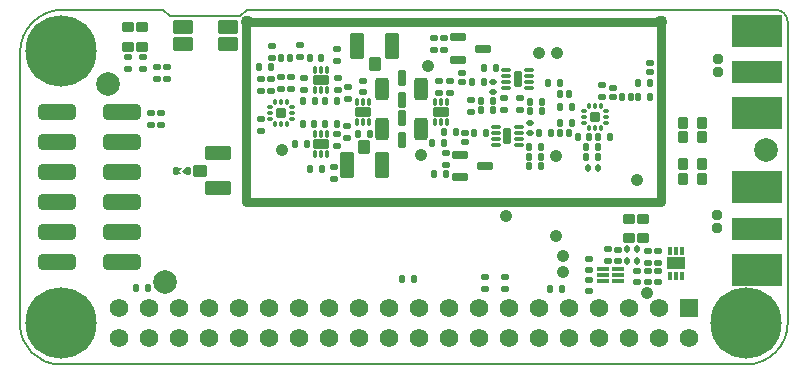
<source format=gts>
G04*
G04 #@! TF.GenerationSoftware,Altium Limited,CircuitStudio,1.5.2 (30)*
G04*
G04 Layer_Color=3394611*
%FSLAX25Y25*%
%MOIN*%
G70*
G01*
G75*
%ADD53C,0.00500*%
%ADD102C,0.03000*%
%ADD103C,0.04137*%
G04:AMPARAMS|DCode=104|XSize=52.02mil|YSize=27.02mil|CornerRadius=5.1mil|HoleSize=0mil|Usage=FLASHONLY|Rotation=90.000|XOffset=0mil|YOffset=0mil|HoleType=Round|Shape=RoundedRectangle|*
%AMROUNDEDRECTD104*
21,1,0.05202,0.01681,0,0,90.0*
21,1,0.04181,0.02702,0,0,90.0*
1,1,0.01021,0.00841,0.02091*
1,1,0.01021,0.00841,-0.02091*
1,1,0.01021,-0.00841,-0.02091*
1,1,0.01021,-0.00841,0.02091*
%
%ADD104ROUNDEDRECTD104*%
G04:AMPARAMS|DCode=105|XSize=73.87mil|YSize=43.95mil|CornerRadius=7.64mil|HoleSize=0mil|Usage=FLASHONLY|Rotation=90.000|XOffset=0mil|YOffset=0mil|HoleType=Round|Shape=RoundedRectangle|*
%AMROUNDEDRECTD105*
21,1,0.07387,0.02866,0,0,90.0*
21,1,0.05858,0.04395,0,0,90.0*
1,1,0.01528,0.01433,0.02929*
1,1,0.01528,0.01433,-0.02929*
1,1,0.01528,-0.01433,-0.02929*
1,1,0.01528,-0.01433,0.02929*
%
%ADD105ROUNDEDRECTD105*%
G04:AMPARAMS|DCode=106|XSize=67.96mil|YSize=44.34mil|CornerRadius=5.63mil|HoleSize=0mil|Usage=FLASHONLY|Rotation=180.000|XOffset=0mil|YOffset=0mil|HoleType=Round|Shape=RoundedRectangle|*
%AMROUNDEDRECTD106*
21,1,0.06796,0.03307,0,0,180.0*
21,1,0.05669,0.04434,0,0,180.0*
1,1,0.01127,-0.02835,0.01654*
1,1,0.01127,0.02835,0.01654*
1,1,0.01127,0.02835,-0.01654*
1,1,0.01127,-0.02835,-0.01654*
%
%ADD106ROUNDEDRECTD106*%
G04:AMPARAMS|DCode=107|XSize=26.38mil|YSize=22.44mil|CornerRadius=6.3mil|HoleSize=0mil|Usage=FLASHONLY|Rotation=180.000|XOffset=0mil|YOffset=0mil|HoleType=Round|Shape=RoundedRectangle|*
%AMROUNDEDRECTD107*
21,1,0.02638,0.00984,0,0,180.0*
21,1,0.01378,0.02244,0,0,180.0*
1,1,0.01260,-0.00689,0.00492*
1,1,0.01260,0.00689,0.00492*
1,1,0.01260,0.00689,-0.00492*
1,1,0.01260,-0.00689,-0.00492*
%
%ADD107ROUNDEDRECTD107*%
G04:AMPARAMS|DCode=108|XSize=26.38mil|YSize=22.44mil|CornerRadius=6.3mil|HoleSize=0mil|Usage=FLASHONLY|Rotation=270.000|XOffset=0mil|YOffset=0mil|HoleType=Round|Shape=RoundedRectangle|*
%AMROUNDEDRECTD108*
21,1,0.02638,0.00984,0,0,270.0*
21,1,0.01378,0.02244,0,0,270.0*
1,1,0.01260,-0.00492,-0.00689*
1,1,0.01260,-0.00492,0.00689*
1,1,0.01260,0.00492,0.00689*
1,1,0.01260,0.00492,-0.00689*
%
%ADD108ROUNDEDRECTD108*%
G04:AMPARAMS|DCode=109|XSize=34.89mil|YSize=39.61mil|CornerRadius=6.28mil|HoleSize=0mil|Usage=FLASHONLY|Rotation=270.000|XOffset=0mil|YOffset=0mil|HoleType=Round|Shape=RoundedRectangle|*
%AMROUNDEDRECTD109*
21,1,0.03489,0.02705,0,0,270.0*
21,1,0.02232,0.03961,0,0,270.0*
1,1,0.01257,-0.01352,-0.01116*
1,1,0.01257,-0.01352,0.01116*
1,1,0.01257,0.01352,0.01116*
1,1,0.01257,0.01352,-0.01116*
%
%ADD109ROUNDEDRECTD109*%
G04:AMPARAMS|DCode=110|XSize=34.89mil|YSize=39.61mil|CornerRadius=6.28mil|HoleSize=0mil|Usage=FLASHONLY|Rotation=180.000|XOffset=0mil|YOffset=0mil|HoleType=Round|Shape=RoundedRectangle|*
%AMROUNDEDRECTD110*
21,1,0.03489,0.02705,0,0,180.0*
21,1,0.02232,0.03961,0,0,180.0*
1,1,0.01257,-0.01116,0.01352*
1,1,0.01257,0.01116,0.01352*
1,1,0.01257,0.01116,-0.01352*
1,1,0.01257,-0.01116,-0.01352*
%
%ADD110ROUNDEDRECTD110*%
G04:AMPARAMS|DCode=111|XSize=30.56mil|YSize=30.56mil|CornerRadius=4.26mil|HoleSize=0mil|Usage=FLASHONLY|Rotation=270.000|XOffset=0mil|YOffset=0mil|HoleType=Round|Shape=RoundedRectangle|*
%AMROUNDEDRECTD111*
21,1,0.03056,0.02205,0,0,270.0*
21,1,0.02205,0.03056,0,0,270.0*
1,1,0.00851,-0.01102,-0.01102*
1,1,0.00851,-0.01102,0.01102*
1,1,0.00851,0.01102,0.01102*
1,1,0.00851,0.01102,-0.01102*
%
%ADD111ROUNDEDRECTD111*%
G04:AMPARAMS|DCode=112|XSize=16.93mil|YSize=25.76mil|CornerRadius=2.09mil|HoleSize=0mil|Usage=FLASHONLY|Rotation=180.000|XOffset=0mil|YOffset=0mil|HoleType=Round|Shape=RoundedRectangle|*
%AMROUNDEDRECTD112*
21,1,0.01693,0.02158,0,0,180.0*
21,1,0.01276,0.02576,0,0,180.0*
1,1,0.00417,-0.00638,0.01079*
1,1,0.00417,0.00638,0.01079*
1,1,0.00417,0.00638,-0.01079*
1,1,0.00417,-0.00638,-0.01079*
%
%ADD112ROUNDEDRECTD112*%
G04:AMPARAMS|DCode=113|XSize=16.93mil|YSize=25.76mil|CornerRadius=2.09mil|HoleSize=0mil|Usage=FLASHONLY|Rotation=90.000|XOffset=0mil|YOffset=0mil|HoleType=Round|Shape=RoundedRectangle|*
%AMROUNDEDRECTD113*
21,1,0.01693,0.02158,0,0,90.0*
21,1,0.01276,0.02576,0,0,90.0*
1,1,0.00417,0.01079,0.00638*
1,1,0.00417,0.01079,-0.00638*
1,1,0.00417,-0.01079,-0.00638*
1,1,0.00417,-0.01079,0.00638*
%
%ADD113ROUNDEDRECTD113*%
G04:AMPARAMS|DCode=114|XSize=26.38mil|YSize=20.47mil|CornerRadius=5.81mil|HoleSize=0mil|Usage=FLASHONLY|Rotation=270.000|XOffset=0mil|YOffset=0mil|HoleType=Round|Shape=RoundedRectangle|*
%AMROUNDEDRECTD114*
21,1,0.02638,0.00886,0,0,270.0*
21,1,0.01476,0.02047,0,0,270.0*
1,1,0.01161,-0.00443,-0.00738*
1,1,0.01161,-0.00443,0.00738*
1,1,0.01161,0.00443,0.00738*
1,1,0.01161,0.00443,-0.00738*
%
%ADD114ROUNDEDRECTD114*%
G04:AMPARAMS|DCode=115|XSize=26.38mil|YSize=20.47mil|CornerRadius=5.81mil|HoleSize=0mil|Usage=FLASHONLY|Rotation=0.000|XOffset=0mil|YOffset=0mil|HoleType=Round|Shape=RoundedRectangle|*
%AMROUNDEDRECTD115*
21,1,0.02638,0.00886,0,0,0.0*
21,1,0.01476,0.02047,0,0,0.0*
1,1,0.01161,0.00738,-0.00443*
1,1,0.01161,-0.00738,-0.00443*
1,1,0.01161,-0.00738,0.00443*
1,1,0.01161,0.00738,0.00443*
%
%ADD115ROUNDEDRECTD115*%
G04:AMPARAMS|DCode=116|XSize=50.24mil|YSize=26.61mil|CornerRadius=5.04mil|HoleSize=0mil|Usage=FLASHONLY|Rotation=90.000|XOffset=0mil|YOffset=0mil|HoleType=Round|Shape=RoundedRectangle|*
%AMROUNDEDRECTD116*
21,1,0.05024,0.01654,0,0,90.0*
21,1,0.04016,0.02661,0,0,90.0*
1,1,0.01008,0.00827,0.02008*
1,1,0.01008,0.00827,-0.02008*
1,1,0.01008,-0.00827,-0.02008*
1,1,0.01008,-0.00827,0.02008*
%
%ADD116ROUNDEDRECTD116*%
G04:AMPARAMS|DCode=117|XSize=12.84mil|YSize=32.52mil|CornerRadius=2.97mil|HoleSize=0mil|Usage=FLASHONLY|Rotation=90.000|XOffset=0mil|YOffset=0mil|HoleType=Round|Shape=RoundedRectangle|*
%AMROUNDEDRECTD117*
21,1,0.01284,0.02658,0,0,90.0*
21,1,0.00689,0.03252,0,0,90.0*
1,1,0.00595,0.01329,0.00345*
1,1,0.00595,0.01329,-0.00345*
1,1,0.00595,-0.01329,-0.00345*
1,1,0.00595,-0.01329,0.00345*
%
%ADD117ROUNDEDRECTD117*%
%ADD118C,0.07874*%
%ADD119R,0.16796X0.10792*%
%ADD120R,0.16796X0.07308*%
G04:AMPARAMS|DCode=121|XSize=51.43mil|YSize=26.62mil|CornerRadius=4.45mil|HoleSize=0mil|Usage=FLASHONLY|Rotation=0.000|XOffset=0mil|YOffset=0mil|HoleType=Round|Shape=RoundedRectangle|*
%AMROUNDEDRECTD121*
21,1,0.05143,0.01772,0,0,0.0*
21,1,0.04252,0.02662,0,0,0.0*
1,1,0.00891,0.02126,-0.00886*
1,1,0.00891,-0.02126,-0.00886*
1,1,0.00891,-0.02126,0.00886*
1,1,0.00891,0.02126,0.00886*
%
%ADD121ROUNDEDRECTD121*%
G04:AMPARAMS|DCode=122|XSize=24.41mil|YSize=20.47mil|CornerRadius=5.81mil|HoleSize=0mil|Usage=FLASHONLY|Rotation=90.000|XOffset=0mil|YOffset=0mil|HoleType=Round|Shape=RoundedRectangle|*
%AMROUNDEDRECTD122*
21,1,0.02441,0.00886,0,0,90.0*
21,1,0.01280,0.02047,0,0,90.0*
1,1,0.01161,0.00443,0.00640*
1,1,0.01161,0.00443,-0.00640*
1,1,0.01161,-0.00443,-0.00640*
1,1,0.01161,-0.00443,0.00640*
%
%ADD122ROUNDEDRECTD122*%
G04:AMPARAMS|DCode=123|XSize=24.41mil|YSize=20.47mil|CornerRadius=5.81mil|HoleSize=0mil|Usage=FLASHONLY|Rotation=180.000|XOffset=0mil|YOffset=0mil|HoleType=Round|Shape=RoundedRectangle|*
%AMROUNDEDRECTD123*
21,1,0.02441,0.00886,0,0,180.0*
21,1,0.01280,0.02047,0,0,180.0*
1,1,0.01161,-0.00640,0.00443*
1,1,0.01161,0.00640,0.00443*
1,1,0.01161,0.00640,-0.00443*
1,1,0.01161,-0.00640,-0.00443*
%
%ADD123ROUNDEDRECTD123*%
G04:AMPARAMS|DCode=124|XSize=127.2mil|YSize=52mil|CornerRadius=13.5mil|HoleSize=0mil|Usage=FLASHONLY|Rotation=180.000|XOffset=0mil|YOffset=0mil|HoleType=Round|Shape=RoundedRectangle|*
%AMROUNDEDRECTD124*
21,1,0.12720,0.02500,0,0,180.0*
21,1,0.10020,0.05200,0,0,180.0*
1,1,0.02700,-0.05010,0.01250*
1,1,0.02700,0.05010,0.01250*
1,1,0.02700,0.05010,-0.01250*
1,1,0.02700,-0.05010,-0.01250*
%
%ADD124ROUNDEDRECTD124*%
G04:AMPARAMS|DCode=125|XSize=24.65mil|YSize=12.84mil|CornerRadius=2.97mil|HoleSize=0mil|Usage=FLASHONLY|Rotation=90.000|XOffset=0mil|YOffset=0mil|HoleType=Round|Shape=RoundedRectangle|*
%AMROUNDEDRECTD125*
21,1,0.02465,0.00689,0,0,90.0*
21,1,0.01870,0.01284,0,0,90.0*
1,1,0.00595,0.00345,0.00935*
1,1,0.00595,0.00345,-0.00935*
1,1,0.00595,-0.00345,-0.00935*
1,1,0.00595,-0.00345,0.00935*
%
%ADD125ROUNDEDRECTD125*%
G04:AMPARAMS|DCode=126|XSize=54.17mil|YSize=34.49mil|CornerRadius=6.22mil|HoleSize=0mil|Usage=FLASHONLY|Rotation=180.000|XOffset=0mil|YOffset=0mil|HoleType=Round|Shape=RoundedRectangle|*
%AMROUNDEDRECTD126*
21,1,0.05417,0.02205,0,0,180.0*
21,1,0.04173,0.03449,0,0,180.0*
1,1,0.01244,-0.02087,0.01102*
1,1,0.01244,0.02087,0.01102*
1,1,0.01244,0.02087,-0.01102*
1,1,0.01244,-0.02087,-0.01102*
%
%ADD126ROUNDEDRECTD126*%
G04:AMPARAMS|DCode=127|XSize=42.37mil|YSize=44.34mil|CornerRadius=5.44mil|HoleSize=0mil|Usage=FLASHONLY|Rotation=270.000|XOffset=0mil|YOffset=0mil|HoleType=Round|Shape=RoundedRectangle|*
%AMROUNDEDRECTD127*
21,1,0.04237,0.03347,0,0,270.0*
21,1,0.03150,0.04434,0,0,270.0*
1,1,0.01087,-0.01673,-0.01575*
1,1,0.01087,-0.01673,0.01575*
1,1,0.01087,0.01673,0.01575*
1,1,0.01087,0.01673,-0.01575*
%
%ADD127ROUNDEDRECTD127*%
G04:AMPARAMS|DCode=128|XSize=44.34mil|YSize=89.61mil|CornerRadius=5.63mil|HoleSize=0mil|Usage=FLASHONLY|Rotation=270.000|XOffset=0mil|YOffset=0mil|HoleType=Round|Shape=RoundedRectangle|*
%AMROUNDEDRECTD128*
21,1,0.04434,0.07835,0,0,270.0*
21,1,0.03307,0.08961,0,0,270.0*
1,1,0.01127,-0.03917,-0.01654*
1,1,0.01127,-0.03917,0.01654*
1,1,0.01127,0.03917,0.01654*
1,1,0.01127,0.03917,-0.01654*
%
%ADD128ROUNDEDRECTD128*%
G04:AMPARAMS|DCode=129|XSize=42.37mil|YSize=44.34mil|CornerRadius=5.44mil|HoleSize=0mil|Usage=FLASHONLY|Rotation=180.000|XOffset=0mil|YOffset=0mil|HoleType=Round|Shape=RoundedRectangle|*
%AMROUNDEDRECTD129*
21,1,0.04237,0.03347,0,0,180.0*
21,1,0.03150,0.04434,0,0,180.0*
1,1,0.01087,-0.01575,0.01673*
1,1,0.01087,0.01575,0.01673*
1,1,0.01087,0.01575,-0.01673*
1,1,0.01087,-0.01575,-0.01673*
%
%ADD129ROUNDEDRECTD129*%
G04:AMPARAMS|DCode=130|XSize=44.34mil|YSize=89.61mil|CornerRadius=5.63mil|HoleSize=0mil|Usage=FLASHONLY|Rotation=180.000|XOffset=0mil|YOffset=0mil|HoleType=Round|Shape=RoundedRectangle|*
%AMROUNDEDRECTD130*
21,1,0.04434,0.07835,0,0,180.0*
21,1,0.03307,0.08961,0,0,180.0*
1,1,0.01127,-0.01654,0.03917*
1,1,0.01127,0.01654,0.03917*
1,1,0.01127,0.01654,-0.03917*
1,1,0.01127,-0.01654,-0.03917*
%
%ADD130ROUNDEDRECTD130*%
G04:AMPARAMS|DCode=131|XSize=20.87mil|YSize=10.63mil|CornerRadius=4.53mil|HoleSize=0mil|Usage=FLASHONLY|Rotation=180.000|XOffset=0mil|YOffset=0mil|HoleType=Round|Shape=RoundedRectangle|*
%AMROUNDEDRECTD131*
21,1,0.02087,0.00158,0,0,180.0*
21,1,0.01181,0.01063,0,0,180.0*
1,1,0.00906,-0.00591,0.00079*
1,1,0.00906,0.00591,0.00079*
1,1,0.00906,0.00591,-0.00079*
1,1,0.00906,-0.00591,-0.00079*
%
%ADD131ROUNDEDRECTD131*%
G04:AMPARAMS|DCode=132|XSize=20.87mil|YSize=10.63mil|CornerRadius=4.53mil|HoleSize=0mil|Usage=FLASHONLY|Rotation=270.000|XOffset=0mil|YOffset=0mil|HoleType=Round|Shape=RoundedRectangle|*
%AMROUNDEDRECTD132*
21,1,0.02087,0.00158,0,0,270.0*
21,1,0.01181,0.01063,0,0,270.0*
1,1,0.00906,-0.00079,-0.00591*
1,1,0.00906,-0.00079,0.00591*
1,1,0.00906,0.00079,0.00591*
1,1,0.00906,0.00079,-0.00591*
%
%ADD132ROUNDEDRECTD132*%
G04:AMPARAMS|DCode=133|XSize=34.25mil|YSize=34.25mil|CornerRadius=4.53mil|HoleSize=0mil|Usage=FLASHONLY|Rotation=270.000|XOffset=0mil|YOffset=0mil|HoleType=Round|Shape=RoundedRectangle|*
%AMROUNDEDRECTD133*
21,1,0.03425,0.02520,0,0,270.0*
21,1,0.02520,0.03425,0,0,270.0*
1,1,0.00906,-0.01260,-0.01260*
1,1,0.00906,-0.01260,0.01260*
1,1,0.00906,0.01260,0.01260*
1,1,0.00906,0.01260,-0.01260*
%
%ADD133ROUNDEDRECTD133*%
G04:AMPARAMS|DCode=134|XSize=27.59mil|YSize=13.81mil|CornerRadius=3.95mil|HoleSize=0mil|Usage=FLASHONLY|Rotation=270.000|XOffset=0mil|YOffset=0mil|HoleType=Round|Shape=RoundedRectangle|*
%AMROUNDEDRECTD134*
21,1,0.02759,0.00591,0,0,270.0*
21,1,0.01969,0.01381,0,0,270.0*
1,1,0.00791,-0.00295,-0.00984*
1,1,0.00791,-0.00295,0.00984*
1,1,0.00791,0.00295,0.00984*
1,1,0.00791,0.00295,-0.00984*
%
%ADD134ROUNDEDRECTD134*%
G04:AMPARAMS|DCode=135|XSize=63.02mil|YSize=42.16mil|CornerRadius=5.02mil|HoleSize=0mil|Usage=FLASHONLY|Rotation=0.000|XOffset=0mil|YOffset=0mil|HoleType=Round|Shape=RoundedRectangle|*
%AMROUNDEDRECTD135*
21,1,0.06302,0.03213,0,0,0.0*
21,1,0.05299,0.04216,0,0,0.0*
1,1,0.01003,0.02649,-0.01606*
1,1,0.01003,-0.02649,-0.01606*
1,1,0.01003,-0.02649,0.01606*
1,1,0.01003,0.02649,0.01606*
%
%ADD135ROUNDEDRECTD135*%
G04:AMPARAMS|DCode=136|XSize=40.01mil|YSize=13.63mil|CornerRadius=2.83mil|HoleSize=0mil|Usage=FLASHONLY|Rotation=180.000|XOffset=0mil|YOffset=0mil|HoleType=Round|Shape=RoundedRectangle|*
%AMROUNDEDRECTD136*
21,1,0.04001,0.00797,0,0,180.0*
21,1,0.03435,0.01363,0,0,180.0*
1,1,0.00566,-0.01718,0.00399*
1,1,0.00566,0.01718,0.00399*
1,1,0.00566,0.01718,-0.00399*
1,1,0.00566,-0.01718,-0.00399*
%
%ADD136ROUNDEDRECTD136*%
%ADD137C,0.23748*%
%ADD138R,0.06206X0.06206*%
%ADD139C,0.06206*%
%ADD140C,0.02662*%
%ADD141C,0.04300*%
G36*
X1088476Y764981D02*
X1087576Y764081D01*
Y763781D01*
X1088476Y762881D01*
Y762781D01*
X1086776D01*
Y765081D01*
X1088476D01*
Y764981D01*
D02*
G37*
G36*
X1090376Y762781D02*
X1089576D01*
X1088576Y763781D01*
Y764081D01*
X1089576Y765081D01*
X1090376D01*
Y762781D01*
D02*
G37*
D53*
X1290528Y813564D02*
G03*
X1286362Y817730I-4166J0D01*
G01*
X1048995D02*
G03*
X1034623Y803358I0J-14372D01*
G01*
X1034623Y712769D02*
G03*
X1047891Y699502I13268J0D01*
G01*
X1276749Y699502D02*
G03*
X1290528Y713281I0J13780D01*
G01*
X1107961Y815466D02*
X1110224Y817730D01*
X1048995D02*
X1082327D01*
X1084591Y815466D01*
X1290528Y767631D02*
Y813564D01*
X1110224Y817730D02*
X1286362D01*
X1290528Y713281D02*
Y718006D01*
X1034623Y796470D02*
Y803358D01*
X1084591Y815466D02*
X1107961D01*
X1290528Y718006D02*
Y767631D01*
X1034623Y712769D02*
X1034623Y796470D01*
X1047891Y699502D02*
X1276749Y699502D01*
D102*
X1109876Y813561D02*
X1248276D01*
Y753681D02*
Y813561D01*
X1109876Y753681D02*
X1248276D01*
X1109876D02*
Y813561D01*
D103*
X1215676Y730181D02*
D03*
X1170476Y798881D02*
D03*
X1213676Y803381D02*
D03*
X1207676D02*
D03*
X1168176Y769281D02*
D03*
X1121976Y770781D02*
D03*
X1213376Y769081D02*
D03*
X1240276Y761081D02*
D03*
X1196476Y748781D02*
D03*
X1215676Y735581D02*
D03*
X1243776Y723181D02*
D03*
X1213377Y742264D02*
D03*
D104*
X1161836Y774360D02*
D03*
Y781663D02*
D03*
X1161826Y787509D02*
D03*
Y794813D02*
D03*
D105*
X1168233Y778011D02*
D03*
X1155438D02*
D03*
X1168223Y791161D02*
D03*
X1155428D02*
D03*
D106*
X1103954Y806327D02*
D03*
Y812035D02*
D03*
X1088797Y806327D02*
D03*
Y812035D02*
D03*
D107*
X1185079Y783610D02*
D03*
Y787547D02*
D03*
X1118606Y805650D02*
D03*
Y801713D02*
D03*
X1127856Y805830D02*
D03*
Y801893D02*
D03*
X1140566Y790923D02*
D03*
Y794860D02*
D03*
X1148996Y794100D02*
D03*
Y790163D02*
D03*
X1195922Y788202D02*
D03*
Y784265D02*
D03*
X1201172Y788271D02*
D03*
Y784334D02*
D03*
X1228476Y792650D02*
D03*
Y788713D02*
D03*
X1174276Y793850D02*
D03*
Y789913D02*
D03*
X1177876D02*
D03*
Y793850D02*
D03*
X1143876Y788013D02*
D03*
Y791950D02*
D03*
X1143776Y778950D02*
D03*
Y775013D02*
D03*
X1139296Y761343D02*
D03*
Y765280D02*
D03*
X1129376Y791113D02*
D03*
Y795050D02*
D03*
X1140276Y804650D02*
D03*
Y800713D02*
D03*
X1083476Y794613D02*
D03*
Y798550D02*
D03*
X1224376Y723813D02*
D03*
Y727750D02*
D03*
X1233876Y737750D02*
D03*
Y733813D02*
D03*
X1240401Y730724D02*
D03*
Y726787D02*
D03*
X1224276Y734750D02*
D03*
Y730813D02*
D03*
X1140376Y776150D02*
D03*
Y772213D02*
D03*
X1114976Y794550D02*
D03*
Y790613D02*
D03*
X1124876Y791413D02*
D03*
Y795350D02*
D03*
X1121676Y791413D02*
D03*
Y795350D02*
D03*
X1115000Y781248D02*
D03*
Y777311D02*
D03*
X1078176Y783250D02*
D03*
Y779313D02*
D03*
X1247201Y726787D02*
D03*
Y730724D02*
D03*
X1243801Y733387D02*
D03*
Y737324D02*
D03*
Y726787D02*
D03*
Y730724D02*
D03*
X1247201Y737324D02*
D03*
Y733387D02*
D03*
X1118376Y794550D02*
D03*
Y790613D02*
D03*
X1081576Y783250D02*
D03*
Y779313D02*
D03*
D108*
X1135292Y764580D02*
D03*
X1131355D02*
D03*
X1118154Y798691D02*
D03*
X1114217D02*
D03*
X1135079Y801721D02*
D03*
X1131142D02*
D03*
X1188442Y784265D02*
D03*
X1192379D02*
D03*
X1189229Y798439D02*
D03*
X1193166D02*
D03*
X1176044Y773171D02*
D03*
X1172107D02*
D03*
X1240707Y793181D02*
D03*
X1244644D02*
D03*
X1218644Y785181D02*
D03*
X1214707D02*
D03*
X1214508Y793354D02*
D03*
X1210571D02*
D03*
X1214705Y779969D02*
D03*
X1218642D02*
D03*
X1180031Y776930D02*
D03*
X1176094D02*
D03*
X1204583Y783872D02*
D03*
X1208521D02*
D03*
X1189844Y776681D02*
D03*
X1185907D02*
D03*
X1208344Y771981D02*
D03*
X1204407D02*
D03*
X1147227Y776441D02*
D03*
X1151164D02*
D03*
X1185307Y793481D02*
D03*
X1189244D02*
D03*
X1208521Y787021D02*
D03*
X1204583D02*
D03*
X1188442Y787415D02*
D03*
X1192379D02*
D03*
X1207717Y776524D02*
D03*
X1211654D02*
D03*
X1128907Y787281D02*
D03*
X1132844D02*
D03*
X1126237Y772848D02*
D03*
X1130174D02*
D03*
X1223307Y768481D02*
D03*
X1227244D02*
D03*
X1224449Y775343D02*
D03*
X1220512D02*
D03*
X1227205D02*
D03*
X1231142D02*
D03*
X1240707Y788681D02*
D03*
X1244644D02*
D03*
X1140144Y779681D02*
D03*
X1136207D02*
D03*
X1140244Y787281D02*
D03*
X1136307D02*
D03*
X1128807Y779681D02*
D03*
X1132744D02*
D03*
X1165844Y727781D02*
D03*
X1161907D02*
D03*
X1223307Y771881D02*
D03*
X1227244D02*
D03*
D109*
X1242376Y748070D02*
D03*
Y741692D02*
D03*
X1237476Y748070D02*
D03*
Y741692D02*
D03*
X1070636Y811800D02*
D03*
Y805422D02*
D03*
X1075456Y811820D02*
D03*
Y805442D02*
D03*
D110*
X1262065Y766181D02*
D03*
X1255687D02*
D03*
X1262065Y761381D02*
D03*
X1255687D02*
D03*
X1262065Y775181D02*
D03*
X1255687D02*
D03*
X1262065Y779881D02*
D03*
X1255687D02*
D03*
D111*
X1266887Y749127D02*
D03*
Y744797D02*
D03*
X1267433Y801128D02*
D03*
Y796797D02*
D03*
D112*
X1121716Y801681D02*
D03*
X1124716D02*
D03*
X1217583Y789713D02*
D03*
X1214583D02*
D03*
X1217583Y776524D02*
D03*
X1214583D02*
D03*
X1235276Y788681D02*
D03*
X1238276D02*
D03*
D113*
X1232276Y791681D02*
D03*
Y788681D02*
D03*
X1244576Y799781D02*
D03*
Y796781D02*
D03*
X1181929Y796610D02*
D03*
Y793610D02*
D03*
X1182876Y773581D02*
D03*
Y776581D02*
D03*
D114*
X1172676Y762981D02*
D03*
X1176676D02*
D03*
X1215276Y724481D02*
D03*
X1211276D02*
D03*
X1208276Y765581D02*
D03*
X1204276D02*
D03*
X1204366Y768759D02*
D03*
X1208366D02*
D03*
X1086476Y763931D02*
D03*
X1090476D02*
D03*
X1073176Y724881D02*
D03*
X1077176D02*
D03*
D115*
X1175976Y804381D02*
D03*
Y808381D02*
D03*
X1176676Y765781D02*
D03*
Y769781D02*
D03*
X1070676Y802081D02*
D03*
Y798081D02*
D03*
X1075476Y802081D02*
D03*
Y798081D02*
D03*
X1080176Y798681D02*
D03*
Y794681D02*
D03*
X1172776Y804381D02*
D03*
Y808381D02*
D03*
X1196376Y728481D02*
D03*
Y724481D02*
D03*
X1189776Y728481D02*
D03*
Y724481D02*
D03*
X1230676Y737781D02*
D03*
Y733781D02*
D03*
D116*
X1197028Y775638D02*
D03*
X1200532Y794535D02*
D03*
D117*
X1200906Y772685D02*
D03*
Y774654D02*
D03*
Y776622D02*
D03*
Y778591D02*
D03*
X1193150Y772685D02*
D03*
Y774654D02*
D03*
Y776622D02*
D03*
Y778591D02*
D03*
X1196654Y797488D02*
D03*
Y795520D02*
D03*
Y793551D02*
D03*
Y791583D02*
D03*
X1204410Y797488D02*
D03*
Y795520D02*
D03*
Y793551D02*
D03*
Y791583D02*
D03*
D118*
X1063876Y793081D02*
D03*
X1082976Y726781D02*
D03*
X1283127Y770886D02*
D03*
D119*
X1280174Y783114D02*
D03*
Y810614D02*
D03*
Y730948D02*
D03*
Y758448D02*
D03*
D120*
Y796864D02*
D03*
Y744698D02*
D03*
D121*
X1180725Y808478D02*
D03*
X1189072Y804738D02*
D03*
X1180725Y800998D02*
D03*
X1181415Y769403D02*
D03*
X1189761Y765662D02*
D03*
X1181415Y761922D02*
D03*
D122*
X1227249Y764881D02*
D03*
X1223903D02*
D03*
X1237102Y737781D02*
D03*
X1240448D02*
D03*
X1237102Y733781D02*
D03*
X1240448D02*
D03*
D123*
X1192376Y793681D02*
D03*
Y790335D02*
D03*
X1204567Y776622D02*
D03*
Y779968D02*
D03*
D124*
X1046985Y783478D02*
D03*
Y773478D02*
D03*
Y763478D02*
D03*
Y753478D02*
D03*
Y743478D02*
D03*
Y733478D02*
D03*
X1068481Y783478D02*
D03*
Y773478D02*
D03*
Y763478D02*
D03*
Y753478D02*
D03*
Y743478D02*
D03*
Y733478D02*
D03*
D125*
X1172867Y780405D02*
D03*
X1174836D02*
D03*
X1176804D02*
D03*
Y787098D02*
D03*
X1174836D02*
D03*
X1172867D02*
D03*
X1147027Y780325D02*
D03*
X1148996D02*
D03*
X1150964D02*
D03*
Y787018D02*
D03*
X1148996D02*
D03*
X1147027D02*
D03*
X1137047Y776327D02*
D03*
X1135079D02*
D03*
X1133110D02*
D03*
Y769634D02*
D03*
X1135079D02*
D03*
X1137047D02*
D03*
X1133110Y790894D02*
D03*
X1135079D02*
D03*
X1137047D02*
D03*
Y797587D02*
D03*
X1135079D02*
D03*
X1133110D02*
D03*
D126*
X1174836Y783751D02*
D03*
X1148996Y783671D02*
D03*
X1135079Y772980D02*
D03*
Y794240D02*
D03*
D127*
X1094472Y763981D02*
D03*
D128*
X1100476Y769788D02*
D03*
Y758174D02*
D03*
D129*
X1149446Y772005D02*
D03*
X1152846Y799577D02*
D03*
D130*
X1155253Y766001D02*
D03*
X1143639D02*
D03*
X1147038Y805581D02*
D03*
X1158653D02*
D03*
D131*
X1125354Y781248D02*
D03*
Y783217D02*
D03*
Y785185D02*
D03*
X1118032D02*
D03*
Y783217D02*
D03*
Y781248D02*
D03*
X1222756Y784004D02*
D03*
Y782035D02*
D03*
Y780067D02*
D03*
X1230079D02*
D03*
Y782035D02*
D03*
Y784004D02*
D03*
D132*
X1123662Y786878D02*
D03*
X1121693D02*
D03*
X1119724D02*
D03*
Y779555D02*
D03*
X1121693D02*
D03*
X1123662D02*
D03*
X1224449Y778374D02*
D03*
X1226417D02*
D03*
X1228386D02*
D03*
Y785697D02*
D03*
X1226417D02*
D03*
X1224449D02*
D03*
D133*
X1121693Y783217D02*
D03*
X1226417Y782035D02*
D03*
D134*
X1255270Y737290D02*
D03*
X1253301D02*
D03*
X1251332D02*
D03*
Y729022D02*
D03*
X1253301D02*
D03*
X1255270D02*
D03*
D135*
X1253301Y733156D02*
D03*
D136*
X1233856Y727413D02*
D03*
Y729381D02*
D03*
Y731350D02*
D03*
X1228895D02*
D03*
Y729381D02*
D03*
Y727413D02*
D03*
D137*
X1276749Y713281D02*
D03*
X1048402Y803832D02*
D03*
Y713281D02*
D03*
D138*
X1257576Y718281D02*
D03*
D139*
Y708281D02*
D03*
X1247576Y718281D02*
D03*
Y708281D02*
D03*
X1237576Y718281D02*
D03*
Y708281D02*
D03*
X1227576Y718281D02*
D03*
Y708281D02*
D03*
X1217576Y718281D02*
D03*
Y708281D02*
D03*
X1207576Y718281D02*
D03*
Y708281D02*
D03*
X1197576Y718281D02*
D03*
Y708281D02*
D03*
X1187576Y718281D02*
D03*
Y708281D02*
D03*
X1177576Y718281D02*
D03*
Y708281D02*
D03*
X1167576Y718281D02*
D03*
Y708281D02*
D03*
X1157576Y718281D02*
D03*
Y708281D02*
D03*
X1147576Y718281D02*
D03*
Y708281D02*
D03*
X1137576Y718281D02*
D03*
Y708281D02*
D03*
X1127576Y718281D02*
D03*
Y708281D02*
D03*
X1117576Y718281D02*
D03*
Y708281D02*
D03*
X1107576Y718281D02*
D03*
Y708281D02*
D03*
X1067576D02*
D03*
Y718281D02*
D03*
X1077576Y708281D02*
D03*
Y718281D02*
D03*
X1087576Y708281D02*
D03*
Y718281D02*
D03*
X1097576Y708281D02*
D03*
Y718281D02*
D03*
D140*
X1088403Y812331D02*
D03*
X1104348D02*
D03*
D141*
X1248276Y813561D02*
D03*
X1110176D02*
D03*
M02*

</source>
